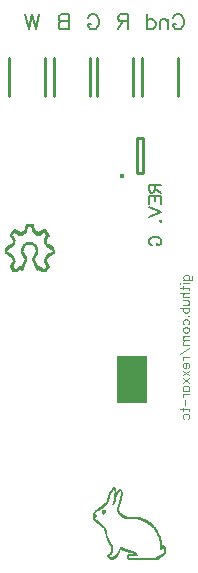
<source format=gbo>
G04 DipTrace 2.4.0.2*
%INIoDriver15.gbo*%
%MOIN*%
%ADD10C,0.0098*%
%ADD12C,0.003*%
%ADD13C,0.0061*%
%ADD28C,0.0154*%
%ADD102C,0.0077*%
%ADD103C,0.0046*%
%FSLAX44Y44*%
G04*
G70*
G90*
G75*
G01*
%LNBotSilk*%
%LPD*%
D28*
X8352Y17004D3*
X8854Y17096D2*
D10*
Y18277D1*
X9051D1*
Y17096D1*
X8854D1*
X5778Y19660D2*
Y20919D1*
X4596Y19660D2*
Y20919D1*
X7278Y19660D2*
Y20919D1*
X6096Y19660D2*
Y20919D1*
X8715Y19660D2*
Y20919D1*
X7534Y19660D2*
Y20919D1*
X10215Y19660D2*
Y20919D1*
X9034Y19660D2*
Y20919D1*
G36*
X8187Y11000D2*
X9187D1*
Y9437D1*
X8187D1*
Y11000D1*
G37*
X8066Y6632D2*
D12*
X8096D1*
X8037Y6603D2*
X8110D1*
X8011Y6573D2*
X8118D1*
X8246D2*
X8305D1*
X7989Y6543D2*
X8037D1*
X8100D2*
X8124D1*
X8225D2*
X8320D1*
X7967Y6513D2*
X8011D1*
X8107D2*
X8131D1*
X8199D2*
X8250D1*
X8310D2*
X8333D1*
X7948Y6483D2*
X7990D1*
X8111D2*
X8142D1*
X8165D2*
X8229D1*
X8317D2*
X8344D1*
X7932Y6453D2*
X7972D1*
X8109D2*
X8211D1*
X8324D2*
X8353D1*
X7919Y6423D2*
X7959D1*
X8104D2*
X8194D1*
X8325D2*
X8357D1*
X7907Y6393D2*
X7948D1*
X8100D2*
X8179D1*
X8321D2*
X8351D1*
X7897Y6363D2*
X7937D1*
X8098D2*
X8164D1*
X8313D2*
X8345D1*
X7887Y6333D2*
X7927D1*
X8097D2*
X8150D1*
X8305D2*
X8339D1*
X7877Y6303D2*
X7921D1*
X8096D2*
X8138D1*
X8295D2*
X8332D1*
X7868Y6273D2*
X7914D1*
X8095D2*
X8132D1*
X8286D2*
X8324D1*
X7862Y6244D2*
X7905D1*
X8091D2*
X8128D1*
X8280D2*
X8316D1*
X7858Y6214D2*
X7896D1*
X8084D2*
X8126D1*
X8273D2*
X8309D1*
X7851Y6184D2*
X7887D1*
X8075D2*
X8121D1*
X8264D2*
X8303D1*
X7841Y6154D2*
X7876D1*
X8066D2*
X8113D1*
X8256D2*
X8294D1*
X7813Y6124D2*
X7866D1*
X8056D2*
X8100D1*
X8249D2*
X8285D1*
X7776Y6094D2*
X7854D1*
X8045D2*
X8084D1*
X8243D2*
X8276D1*
X7733Y6064D2*
X7838D1*
X8036D2*
X8066D1*
X8234D2*
X8265D1*
X7690Y6034D2*
X7802D1*
X8225D2*
X8255D1*
X7649Y6004D2*
X7757D1*
X8216D2*
X8246D1*
X7608Y5974D2*
X7708D1*
X8206D2*
X8236D1*
X7569Y5944D2*
X7659D1*
X8197D2*
X8227D1*
X7533Y5914D2*
X7613D1*
X8191D2*
X8222D1*
X7500Y5884D2*
X7571D1*
X7707D2*
X7767D1*
X8189D2*
X8223D1*
X7470Y5855D2*
X7534D1*
X7693D2*
X7780D1*
X8192D2*
X8230D1*
X7443Y5825D2*
X7500D1*
X7686D2*
X7790D1*
X8199D2*
X8243D1*
X7421Y5795D2*
X7469D1*
X7683D2*
X7787D1*
X8212D2*
X8265D1*
X7404Y5765D2*
X7438D1*
X7694D2*
X7765D1*
X8229D2*
X8300D1*
X7391Y5735D2*
X7460D1*
X7707D2*
X7737D1*
X8254D2*
X8346D1*
X7384Y5705D2*
X7478D1*
X8288D2*
X8400D1*
X7380Y5675D2*
X7476D1*
X8331D2*
X8457D1*
X7379Y5645D2*
X7457D1*
X8378D2*
X8934D1*
X7380Y5615D2*
X7434D1*
X8425D2*
X8994D1*
X7384Y5585D2*
X7408D1*
X8905D2*
X9053D1*
X7394Y5555D2*
X7453D1*
X8967D2*
X9112D1*
X7421Y5525D2*
X7500D1*
X9031D2*
X9168D1*
X7458Y5495D2*
X7547D1*
X9091D2*
X9220D1*
X7501Y5466D2*
X7592D1*
X9147D2*
X9267D1*
X7543Y5436D2*
X7634D1*
X9200D2*
X9309D1*
X7582Y5406D2*
X7671D1*
X9246D2*
X9345D1*
X7619Y5376D2*
X7703D1*
X9285D2*
X9375D1*
X7657Y5346D2*
X7731D1*
X9320D2*
X9399D1*
X7691Y5316D2*
X7753D1*
X9351D2*
X9422D1*
X7719Y5286D2*
X7772D1*
X9381D2*
X9446D1*
X7740Y5256D2*
X7788D1*
X9407D2*
X9469D1*
X7757Y5226D2*
X7803D1*
X9430D2*
X9490D1*
X7773Y5196D2*
X7814D1*
X9451D2*
X9508D1*
X7785Y5166D2*
X7821D1*
X9472D2*
X9524D1*
X7796Y5136D2*
X7824D1*
X9491D2*
X9539D1*
X7806Y5107D2*
X7826D1*
X9508D2*
X9555D1*
X7816Y5077D2*
X7827D1*
X9524D2*
X9570D1*
X7821Y5047D2*
X7832D1*
X9539D2*
X9584D1*
X7825Y5017D2*
X7840D1*
X9554D2*
X9598D1*
X7827Y4987D2*
X7853D1*
X9568D2*
X9609D1*
X7831Y4957D2*
X7869D1*
X9580D2*
X9617D1*
X7840Y4927D2*
X7887D1*
X9587D2*
X9624D1*
X7852Y4897D2*
X7902D1*
X9595D2*
X9633D1*
X7865Y4867D2*
X7915D1*
X9603D2*
X9641D1*
X7879Y4837D2*
X7931D1*
X9611D2*
X9647D1*
X7894Y4807D2*
X7948D1*
X9617D2*
X9650D1*
X7910Y4777D2*
X7966D1*
X9620D2*
X9654D1*
X7928Y4747D2*
X7982D1*
X9621D2*
X9660D1*
X7947Y4718D2*
X7998D1*
X9622D2*
X9686D1*
X7965Y4688D2*
X8012D1*
X9622D2*
X9720D1*
X7981Y4658D2*
X8023D1*
X9622D2*
X9754D1*
X7993Y4628D2*
X8030D1*
X8305D2*
X8335D1*
X9622D2*
X9781D1*
X8000Y4598D2*
X8034D1*
X8281D2*
X8402D1*
X9622D2*
X9682D1*
X9736D2*
X9792D1*
X8002Y4568D2*
X8035D1*
X8263D2*
X8486D1*
X9622D2*
X9652D1*
X9753D2*
X9797D1*
X8001Y4538D2*
X8036D1*
X8248D2*
X8271D1*
X8378D2*
X8590D1*
X9765D2*
X9800D1*
X7988Y4508D2*
X8034D1*
X8232D2*
X8262D1*
X8479D2*
X8693D1*
X9765D2*
X9800D1*
X7968Y4478D2*
X8028D1*
X8214D2*
X8251D1*
X8619D2*
X8780D1*
X9753D2*
X9796D1*
X7943Y4448D2*
X8005D1*
X8196D2*
X8238D1*
X8784D2*
X8818D1*
X9732D2*
X9787D1*
X7916Y4418D2*
X7975D1*
X8178D2*
X8227D1*
X8667D2*
X8832D1*
X9702D2*
X9770D1*
X7892Y4388D2*
X7943D1*
X8156D2*
X8215D1*
X8575D2*
X8839D1*
X9662D2*
X9745D1*
X7873Y4358D2*
X7917D1*
X8125D2*
X8199D1*
X8538D2*
X8545D1*
X9613D2*
X9711D1*
X7867Y4329D2*
X7897D1*
X8083D2*
X8176D1*
X8524D2*
X8545D1*
X9559D2*
X9671D1*
X7878Y4299D2*
X7964D1*
X8036D2*
X8141D1*
X8522D2*
X8545D1*
X9501D2*
X9627D1*
X7910Y4269D2*
X8093D1*
X8532D2*
X9581D1*
X7946Y4239D2*
X8036D1*
X8545D2*
X9532D1*
X5150Y15407D2*
X5389D1*
X5145Y15377D2*
X5389D1*
X5138Y15347D2*
X5390D1*
X5130Y15317D2*
X5180D1*
X5323D2*
X5394D1*
X5125Y15287D2*
X5179D1*
X5341D2*
X5401D1*
X5121Y15257D2*
X5175D1*
X5351D2*
X5410D1*
X4761Y15228D2*
X4791D1*
X5116D2*
X5168D1*
X5357D2*
X5422D1*
X5718D2*
X5778D1*
X4731Y15198D2*
X4838D1*
X5099D2*
X5160D1*
X5363D2*
X5438D1*
X5680D2*
X5808D1*
X4701Y15168D2*
X4891D1*
X5048D2*
X5151D1*
X5373D2*
X5485D1*
X5629D2*
X5837D1*
X4672Y15138D2*
X4956D1*
X4972D2*
X5140D1*
X5391D2*
X5551D1*
X5559D2*
X5863D1*
X4648Y15108D2*
X4731D1*
X4815D2*
X5103D1*
X5421D2*
X5688D1*
X5777D2*
X5885D1*
X4627Y15078D2*
X4701D1*
X4865D2*
X5054D1*
X5462D2*
X5658D1*
X5801D2*
X5906D1*
X4622Y15048D2*
X4671D1*
X4910D2*
X5000D1*
X5509D2*
X5629D1*
X5818D2*
X5928D1*
X4631Y15018D2*
X4696D1*
X5817D2*
X5908D1*
X4646Y14988D2*
X4718D1*
X5802D2*
X5888D1*
X4663Y14958D2*
X4736D1*
X5787D2*
X5868D1*
X4681Y14928D2*
X4752D1*
X5773D2*
X5849D1*
X4699Y14898D2*
X4766D1*
X5761D2*
X5833D1*
X4713Y14869D2*
X4776D1*
X5755D2*
X5822D1*
X4712Y14839D2*
X4773D1*
X5756D2*
X5816D1*
X4707Y14809D2*
X4767D1*
X5180D2*
X5359D1*
X5763D2*
X5823D1*
X4700Y14779D2*
X4760D1*
X5136D2*
X5402D1*
X5773D2*
X5836D1*
X4681Y14749D2*
X4749D1*
X5099D2*
X5436D1*
X5786D2*
X5855D1*
X4634Y14719D2*
X4736D1*
X5068D2*
X5151D1*
X5349D2*
X5462D1*
X5798D2*
X5900D1*
X4576Y14689D2*
X4718D1*
X5045D2*
X5125D1*
X5389D2*
X5483D1*
X5812D2*
X5955D1*
X4524Y14659D2*
X4693D1*
X5027D2*
X5103D1*
X5420D2*
X5500D1*
X5833D2*
X6007D1*
X4485Y14629D2*
X4638D1*
X5014D2*
X5086D1*
X5444D2*
X5515D1*
X5884D2*
X6049D1*
X4473Y14599D2*
X4580D1*
X5006D2*
X5072D1*
X5461D2*
X5526D1*
X5937D2*
X6064D1*
X4466Y14569D2*
X4531D1*
X5003D2*
X5060D1*
X5471D2*
X5533D1*
X5982D2*
X6072D1*
X4463Y14539D2*
X4511D1*
X5001D2*
X5046D1*
X5476D2*
X5536D1*
X6016D2*
X6075D1*
X4462Y14509D2*
X4497D1*
X5001D2*
X5030D1*
X5476D2*
X5537D1*
X6047D2*
X6077D1*
X4462Y14480D2*
X4522D1*
X5001D2*
X5045D1*
X5473D2*
X5533D1*
X6008D2*
X6077D1*
X4463Y14450D2*
X4575D1*
X5005D2*
X5059D1*
X5465D2*
X5526D1*
X5955D2*
X6076D1*
X4474Y14420D2*
X4629D1*
X5014D2*
X5075D1*
X5453D2*
X5518D1*
X5897D2*
X6065D1*
X4516Y14390D2*
X4669D1*
X5025D2*
X5097D1*
X5436D2*
X5507D1*
X5847D2*
X6022D1*
X4570Y14360D2*
X4698D1*
X5039D2*
X5122D1*
X5414D2*
X5493D1*
X5826D2*
X5965D1*
X4621Y14330D2*
X4719D1*
X5054D2*
X5145D1*
X5393D2*
X5473D1*
X5811D2*
X5911D1*
X4657Y14300D2*
X4736D1*
X5073D2*
X5164D1*
X5377D2*
X5452D1*
X5798D2*
X5867D1*
X4681Y14270D2*
X4749D1*
X5095D2*
X5170D1*
X5366D2*
X5434D1*
X5784D2*
X5847D1*
X4698Y14240D2*
X4760D1*
X5120D2*
X5165D1*
X5367D2*
X5429D1*
X5771D2*
X5832D1*
X4714Y14210D2*
X4769D1*
X5101D2*
X5158D1*
X5373D2*
X5435D1*
X5762D2*
X5822D1*
X4731Y14180D2*
X4777D1*
X5085D2*
X5149D1*
X5381D2*
X5445D1*
X5756D2*
X5817D1*
X4711Y14150D2*
X4769D1*
X5072D2*
X5138D1*
X5390D2*
X5457D1*
X5763D2*
X5827D1*
X4691Y14120D2*
X4756D1*
X5061D2*
X5126D1*
X5400D2*
X5468D1*
X5774D2*
X5842D1*
X4671Y14091D2*
X4740D1*
X5049D2*
X5113D1*
X5413D2*
X5479D1*
X5787D2*
X5858D1*
X4653Y14061D2*
X4726D1*
X5034D2*
X5101D1*
X5426D2*
X5491D1*
X5801D2*
X5874D1*
X4638Y14031D2*
X4715D1*
X5011D2*
X5091D1*
X5438D2*
X5523D1*
X5813D2*
X5891D1*
X4627Y14001D2*
X4710D1*
X4940D2*
D3*
X4979D2*
X5079D1*
X5448D2*
X5571D1*
X5823D2*
X5909D1*
X4634Y13971D2*
X4719D1*
X4895D2*
X5066D1*
X5460D2*
X5625D1*
X5817D2*
X5928D1*
X4647Y13941D2*
X4745D1*
X4852D2*
X5053D1*
X5474D2*
X5677D1*
X5793D2*
X5898D1*
X4663Y13911D2*
X4780D1*
X4807D2*
X5041D1*
X5490D2*
X5728D1*
X5758D2*
X5868D1*
X4683Y13881D2*
X4881D1*
X5000D2*
X5030D1*
X5509D2*
D3*
X5623D2*
X5838D1*
X4706Y13851D2*
X4851D1*
X5672D2*
X5808D1*
X4731Y13821D2*
X4821D1*
X5718D2*
X5778D1*
X8066Y6632D2*
X8037Y6603D1*
X8011Y6573D1*
X7989Y6543D1*
X7967Y6513D1*
X7948Y6483D1*
X7932Y6453D1*
X7919Y6423D1*
X7907Y6393D1*
X7897Y6363D1*
X7887Y6333D1*
X7877Y6303D1*
X7868Y6273D1*
X7862Y6244D1*
X7858Y6214D1*
X7851Y6184D1*
X7841Y6154D1*
X7813Y6124D1*
X7776Y6094D1*
X7733Y6064D1*
X7690Y6034D1*
X7649Y6004D1*
X7608Y5974D1*
X7569Y5944D1*
X7533Y5914D1*
X7500Y5884D1*
X7470Y5855D1*
X7443Y5825D1*
X7421Y5795D1*
X7404Y5765D1*
X7391Y5735D1*
X7384Y5705D1*
X7380Y5675D1*
X7379Y5645D1*
X7380Y5615D1*
X7384Y5585D1*
X7394Y5555D1*
X7421Y5525D1*
X7458Y5495D1*
X7501Y5466D1*
X7543Y5436D1*
X7582Y5406D1*
X7619Y5376D1*
X7657Y5346D1*
X7691Y5316D1*
X7719Y5286D1*
X7740Y5256D1*
X7757Y5226D1*
X7773Y5196D1*
X7785Y5166D1*
X7796Y5136D1*
X7806Y5107D1*
X7816Y5077D1*
X7821Y5047D1*
X7825Y5017D1*
X7827Y4987D1*
X7831Y4957D1*
X7840Y4927D1*
X7852Y4897D1*
X7865Y4867D1*
X7879Y4837D1*
X7894Y4807D1*
X7910Y4777D1*
X7928Y4747D1*
X7947Y4718D1*
X7965Y4688D1*
X7981Y4658D1*
X7993Y4628D1*
X8000Y4598D1*
X8002Y4568D1*
X8001Y4538D1*
X7988Y4508D1*
X7968Y4478D1*
X7943Y4448D1*
X7916Y4418D1*
X7892Y4388D1*
X7873Y4358D1*
X7867Y4329D1*
X7878Y4299D1*
X7910Y4269D1*
X7946Y4239D1*
X8096Y6632D2*
X8110Y6603D1*
X8118Y6573D1*
X8124Y6543D1*
X8131Y6513D1*
X8142Y6483D1*
X8156Y6453D1*
X8246Y6573D2*
X8225Y6543D1*
X8199Y6513D1*
X8165Y6483D1*
X8126Y6453D1*
X8305Y6573D2*
X8320Y6543D1*
X8333Y6513D1*
X8344Y6483D1*
X8353Y6453D1*
X8357Y6423D1*
X8351Y6393D1*
X8345Y6363D1*
X8339Y6333D1*
X8332Y6303D1*
X8324Y6273D1*
X8316Y6244D1*
X8309Y6214D1*
X8303Y6184D1*
X8294Y6154D1*
X8285Y6124D1*
X8276Y6094D1*
X8265Y6064D1*
X8255Y6034D1*
X8246Y6004D1*
X8236Y5974D1*
X8227Y5944D1*
X8222Y5914D1*
X8223Y5884D1*
X8230Y5855D1*
X8243Y5825D1*
X8265Y5795D1*
X8300Y5765D1*
X8346Y5735D1*
X8400Y5705D1*
X8457Y5675D1*
X8515Y5645D1*
X8066Y6573D2*
X8037Y6543D1*
X8011Y6513D1*
X7990Y6483D1*
X7972Y6453D1*
X7959Y6423D1*
X7948Y6393D1*
X7937Y6363D1*
X7927Y6333D1*
X7921Y6303D1*
X7914Y6273D1*
X7905Y6244D1*
X7896Y6214D1*
X7887Y6184D1*
X7876Y6154D1*
X7866Y6124D1*
X7854Y6094D1*
X7838Y6064D1*
X7802Y6034D1*
X7757Y6004D1*
X7708Y5974D1*
X7659Y5944D1*
X7613Y5914D1*
X7571Y5884D1*
X7534Y5855D1*
X7500Y5825D1*
X7469Y5795D1*
X7438Y5765D1*
X7460Y5735D1*
X7478Y5705D1*
X7476Y5675D1*
X7457Y5645D1*
X7434Y5615D1*
X7408Y5585D1*
X7453Y5555D1*
X7500Y5525D1*
X7547Y5495D1*
X7592Y5466D1*
X7634Y5436D1*
X7671Y5406D1*
X7703Y5376D1*
X7731Y5346D1*
X7753Y5316D1*
X7772Y5286D1*
X7788Y5256D1*
X7803Y5226D1*
X7814Y5196D1*
X7821Y5166D1*
X7824Y5136D1*
X7826Y5107D1*
X7827Y5077D1*
X7832Y5047D1*
X7840Y5017D1*
X7853Y4987D1*
X7869Y4957D1*
X7887Y4927D1*
X7902Y4897D1*
X7915Y4867D1*
X7931Y4837D1*
X7948Y4807D1*
X7966Y4777D1*
X7982Y4747D1*
X7998Y4718D1*
X8012Y4688D1*
X8023Y4658D1*
X8030Y4628D1*
X8034Y4598D1*
X8035Y4568D1*
X8036Y4538D1*
X8034Y4508D1*
X8028Y4478D1*
X8005Y4448D1*
X7975Y4418D1*
X7943Y4388D1*
X7917Y4358D1*
X7897Y4329D1*
X7964Y4299D1*
X8036Y4269D1*
X8096Y6573D2*
X8100Y6543D1*
X8107Y6513D1*
X8111Y6483D1*
X8109Y6453D1*
X8104Y6423D1*
X8100Y6393D1*
X8098Y6363D1*
X8097Y6333D1*
X8096Y6303D1*
X8095Y6273D1*
X8091Y6244D1*
X8084Y6214D1*
X8075Y6184D1*
X8066Y6154D1*
X8056Y6124D1*
X8045Y6094D1*
X8036Y6064D1*
X8275Y6543D2*
X8250Y6513D1*
X8229Y6483D1*
X8211Y6453D1*
X8194Y6423D1*
X8179Y6393D1*
X8164Y6363D1*
X8150Y6333D1*
X8138Y6303D1*
X8132Y6273D1*
X8128Y6244D1*
X8126Y6214D1*
X8121Y6184D1*
X8113Y6154D1*
X8100Y6124D1*
X8084Y6094D1*
X8066Y6064D1*
X8305Y6543D2*
X8310Y6513D1*
X8317Y6483D1*
X8324Y6453D1*
X8325Y6423D1*
X8321Y6393D1*
X8313Y6363D1*
X8305Y6333D1*
X8295Y6303D1*
X8286Y6273D1*
X8280Y6244D1*
X8273Y6214D1*
X8264Y6184D1*
X8256Y6154D1*
X8249Y6124D1*
X8243Y6094D1*
X8234Y6064D1*
X8225Y6034D1*
X8216Y6004D1*
X8206Y5974D1*
X8197Y5944D1*
X8191Y5914D1*
X8189Y5884D1*
X8192Y5855D1*
X8199Y5825D1*
X8212Y5795D1*
X8229Y5765D1*
X8254Y5735D1*
X8288Y5705D1*
X8331Y5675D1*
X8378Y5645D1*
X8425Y5615D1*
X7707Y5884D2*
X7693Y5855D1*
X7686Y5825D1*
X7683Y5795D1*
X7694Y5765D1*
X7707Y5735D1*
X7767Y5884D2*
X7780Y5855D1*
X7790Y5825D1*
X7787Y5795D1*
X7765Y5765D1*
X7737Y5735D1*
X8934Y5645D2*
X8994Y5615D1*
X9053Y5585D1*
X9112Y5555D1*
X9168Y5525D1*
X9220Y5495D1*
X9267Y5466D1*
X9309Y5436D1*
X9345Y5406D1*
X9375Y5376D1*
X9399Y5346D1*
X9422Y5316D1*
X9446Y5286D1*
X9469Y5256D1*
X9490Y5226D1*
X9508Y5196D1*
X9524Y5166D1*
X9539Y5136D1*
X9555Y5107D1*
X9570Y5077D1*
X9584Y5047D1*
X9598Y5017D1*
X9609Y4987D1*
X9617Y4957D1*
X9624Y4927D1*
X9633Y4897D1*
X9641Y4867D1*
X9647Y4837D1*
X9650Y4807D1*
X9654Y4777D1*
X9660Y4747D1*
X9686Y4718D1*
X9720Y4688D1*
X9754Y4658D1*
X9781Y4628D1*
X9792Y4598D1*
X9797Y4568D1*
X9800Y4538D1*
Y4508D1*
X9796Y4478D1*
X9787Y4448D1*
X9770Y4418D1*
X9745Y4388D1*
X9711Y4358D1*
X9671Y4329D1*
X9627Y4299D1*
X9581Y4269D1*
X9532Y4239D1*
X8844Y5615D2*
X8905Y5585D1*
X8967Y5555D1*
X9031Y5525D1*
X9091Y5495D1*
X9147Y5466D1*
X9200Y5436D1*
X9246Y5406D1*
X9285Y5376D1*
X9320Y5346D1*
X9351Y5316D1*
X9381Y5286D1*
X9407Y5256D1*
X9430Y5226D1*
X9451Y5196D1*
X9472Y5166D1*
X9491Y5136D1*
X9508Y5107D1*
X9524Y5077D1*
X9539Y5047D1*
X9554Y5017D1*
X9568Y4987D1*
X9580Y4957D1*
X9587Y4927D1*
X9595Y4897D1*
X9603Y4867D1*
X9611Y4837D1*
X9617Y4807D1*
X9620Y4777D1*
X9621Y4747D1*
X9622Y4718D1*
Y4688D1*
Y4658D1*
Y4628D1*
Y4598D1*
Y4568D1*
X8305Y4628D2*
X8281Y4598D1*
X8263Y4568D1*
X8248Y4538D1*
X8232Y4508D1*
X8214Y4478D1*
X8196Y4448D1*
X8178Y4418D1*
X8156Y4388D1*
X8125Y4358D1*
X8083Y4329D1*
X8036Y4299D1*
X8335Y4628D2*
X8402Y4598D1*
X8486Y4568D1*
X8590Y4538D1*
X8693Y4508D1*
X8780Y4478D1*
X8818Y4448D1*
X8832Y4418D1*
X8839Y4388D1*
X8844Y4358D1*
X8545D1*
Y4329D1*
Y4299D1*
Y4269D1*
X9712Y4628D2*
X9682Y4598D1*
X9652Y4568D1*
X9712Y4628D2*
X9736Y4598D1*
X9753Y4568D1*
X9765Y4538D1*
Y4508D1*
X9753Y4478D1*
X9732Y4448D1*
X9702Y4418D1*
X9662Y4388D1*
X9613Y4358D1*
X9559Y4329D1*
X9501Y4299D1*
X9442Y4269D1*
X8275Y4568D2*
X8271Y4538D1*
X8262Y4508D1*
X8251Y4478D1*
X8238Y4448D1*
X8227Y4418D1*
X8215Y4388D1*
X8199Y4358D1*
X8176Y4329D1*
X8141Y4299D1*
X8093Y4269D1*
X8036Y4239D1*
X8305Y4568D2*
X8378Y4538D1*
X8479Y4508D1*
X8619Y4478D1*
X8784Y4448D1*
X8667Y4418D1*
X8575Y4388D1*
X8538Y4358D1*
X8524Y4329D1*
X8522Y4299D1*
X8532Y4269D1*
X8545Y4239D1*
X5150Y15407D2*
X5145Y15377D1*
X5138Y15347D1*
X5130Y15317D1*
X5125Y15287D1*
X5121Y15257D1*
X5116Y15228D1*
X5099Y15198D1*
X5048Y15168D1*
X4972Y15138D1*
X4881Y15108D1*
X5389Y15407D2*
Y15377D1*
X5390Y15347D1*
X5394Y15317D1*
X5401Y15287D1*
X5410Y15257D1*
X5422Y15228D1*
X5438Y15198D1*
X5485Y15168D1*
X5551Y15138D1*
X5629Y15108D1*
X5180Y15347D2*
Y15317D1*
X5179Y15287D1*
X5175Y15257D1*
X5168Y15228D1*
X5160Y15198D1*
X5151Y15168D1*
X5140Y15138D1*
X5103Y15108D1*
X5054Y15078D1*
X5000Y15048D1*
X5299Y15347D2*
X5323Y15317D1*
X5341Y15287D1*
X5351Y15257D1*
X5357Y15228D1*
X5363Y15198D1*
X5373Y15168D1*
X5391Y15138D1*
X5421Y15108D1*
X5462Y15078D1*
X5509Y15048D1*
X4761Y15228D2*
X4731Y15198D1*
X4701Y15168D1*
X4672Y15138D1*
X4648Y15108D1*
X4627Y15078D1*
X4622Y15048D1*
X4631Y15018D1*
X4646Y14988D1*
X4663Y14958D1*
X4681Y14928D1*
X4699Y14898D1*
X4713Y14869D1*
X4712Y14839D1*
X4707Y14809D1*
X4700Y14779D1*
X4681Y14749D1*
X4634Y14719D1*
X4576Y14689D1*
X4524Y14659D1*
X4485Y14629D1*
X4473Y14599D1*
X4466Y14569D1*
X4463Y14539D1*
X4462Y14509D1*
Y14480D1*
X4463Y14450D1*
X4474Y14420D1*
X4516Y14390D1*
X4570Y14360D1*
X4621Y14330D1*
X4657Y14300D1*
X4681Y14270D1*
X4698Y14240D1*
X4714Y14210D1*
X4731Y14180D1*
X4711Y14150D1*
X4691Y14120D1*
X4671Y14091D1*
X4653Y14061D1*
X4638Y14031D1*
X4627Y14001D1*
X4634Y13971D1*
X4647Y13941D1*
X4663Y13911D1*
X4683Y13881D1*
X4706Y13851D1*
X4731Y13821D1*
X4791Y15228D2*
X4838Y15198D1*
X4891Y15168D1*
X4956Y15138D1*
X5030Y15108D1*
X5718Y15228D2*
X5680Y15198D1*
X5629Y15168D1*
X5559Y15138D1*
X5479Y15108D1*
X5778Y15228D2*
X5808Y15198D1*
X5837Y15168D1*
X5863Y15138D1*
X5885Y15108D1*
X5906Y15078D1*
X5928Y15048D1*
X5908Y15018D1*
X5888Y14988D1*
X5868Y14958D1*
X5849Y14928D1*
X5833Y14898D1*
X5822Y14869D1*
X5816Y14839D1*
X5823Y14809D1*
X5836Y14779D1*
X5855Y14749D1*
X5900Y14719D1*
X5955Y14689D1*
X6007Y14659D1*
X6049Y14629D1*
X6064Y14599D1*
X6072Y14569D1*
X6075Y14539D1*
X6077Y14509D1*
Y14480D1*
X6076Y14450D1*
X6065Y14420D1*
X6022Y14390D1*
X5965Y14360D1*
X5911Y14330D1*
X5867Y14300D1*
X5847Y14270D1*
X5832Y14240D1*
X5822Y14210D1*
X5817Y14180D1*
X5827Y14150D1*
X5842Y14120D1*
X5858Y14091D1*
X5874Y14061D1*
X5891Y14031D1*
X5909Y14001D1*
X5928Y13971D1*
X5898Y13941D1*
X5868Y13911D1*
X5838Y13881D1*
X5808Y13851D1*
X5778Y13821D1*
X4761Y15138D2*
X4731Y15108D1*
X4701Y15078D1*
X4671Y15048D1*
X4696Y15018D1*
X4718Y14988D1*
X4736Y14958D1*
X4752Y14928D1*
X4766Y14898D1*
X4776Y14869D1*
X4773Y14839D1*
X4767Y14809D1*
X4760Y14779D1*
X4749Y14749D1*
X4736Y14719D1*
X4718Y14689D1*
X4693Y14659D1*
X4638Y14629D1*
X4580Y14599D1*
X4531Y14569D1*
X4511Y14539D1*
X4497Y14509D1*
X4522Y14480D1*
X4575Y14450D1*
X4629Y14420D1*
X4669Y14390D1*
X4698Y14360D1*
X4719Y14330D1*
X4736Y14300D1*
X4749Y14270D1*
X4760Y14240D1*
X4769Y14210D1*
X4777Y14180D1*
X4769Y14150D1*
X4756Y14120D1*
X4740Y14091D1*
X4726Y14061D1*
X4715Y14031D1*
X4710Y14001D1*
X4719Y13971D1*
X4745Y13941D1*
X4780Y13911D1*
X4821Y13881D1*
X4761Y15138D2*
X4815Y15108D1*
X4865Y15078D1*
X4910Y15048D1*
X5718Y15138D2*
X5688Y15108D1*
X5658Y15078D1*
X5629Y15048D1*
X5748Y15138D2*
X5777Y15108D1*
X5801Y15078D1*
X5818Y15048D1*
X5817Y15018D1*
X5802Y14988D1*
X5787Y14958D1*
X5773Y14928D1*
X5761Y14898D1*
X5755Y14869D1*
X5756Y14839D1*
X5763Y14809D1*
X5773Y14779D1*
X5786Y14749D1*
X5798Y14719D1*
X5812Y14689D1*
X5833Y14659D1*
X5884Y14629D1*
X5937Y14599D1*
X5982Y14569D1*
X6016Y14539D1*
X6047Y14509D1*
X6008Y14480D1*
X5955Y14450D1*
X5897Y14420D1*
X5847Y14390D1*
X5826Y14360D1*
X5811Y14330D1*
X5798Y14300D1*
X5784Y14270D1*
X5771Y14240D1*
X5762Y14210D1*
X5756Y14180D1*
X5763Y14150D1*
X5774Y14120D1*
X5787Y14091D1*
X5801Y14061D1*
X5813Y14031D1*
X5823Y14001D1*
X5817Y13971D1*
X5793Y13941D1*
X5758Y13911D1*
X5718Y13881D1*
X5180Y14809D2*
X5136Y14779D1*
X5099Y14749D1*
X5068Y14719D1*
X5045Y14689D1*
X5027Y14659D1*
X5014Y14629D1*
X5006Y14599D1*
X5003Y14569D1*
X5001Y14539D1*
Y14509D1*
Y14480D1*
X5005Y14450D1*
X5014Y14420D1*
X5025Y14390D1*
X5039Y14360D1*
X5054Y14330D1*
X5073Y14300D1*
X5095Y14270D1*
X5120Y14240D1*
X5101Y14210D1*
X5085Y14180D1*
X5072Y14150D1*
X5061Y14120D1*
X5049Y14091D1*
X5034Y14061D1*
X5011Y14031D1*
X4979Y14001D1*
X4940Y13971D1*
X5359Y14809D2*
X5402Y14779D1*
X5436Y14749D1*
X5462Y14719D1*
X5483Y14689D1*
X5500Y14659D1*
X5515Y14629D1*
X5526Y14599D1*
X5533Y14569D1*
X5536Y14539D1*
X5537Y14509D1*
X5533Y14480D1*
X5526Y14450D1*
X5518Y14420D1*
X5507Y14390D1*
X5493Y14360D1*
X5473Y14330D1*
X5452Y14300D1*
X5434Y14270D1*
X5429Y14240D1*
X5435Y14210D1*
X5445Y14180D1*
X5457Y14150D1*
X5468Y14120D1*
X5479Y14091D1*
X5491Y14061D1*
X5523Y14031D1*
X5571Y14001D1*
X5625Y13971D1*
X5677Y13941D1*
X5728Y13911D1*
X5778Y13881D1*
X5180Y14749D2*
X5151Y14719D1*
X5125Y14689D1*
X5103Y14659D1*
X5086Y14629D1*
X5072Y14599D1*
X5060Y14569D1*
X5046Y14539D1*
X5030Y14509D1*
X5045Y14480D1*
X5059Y14450D1*
X5075Y14420D1*
X5097Y14390D1*
X5122Y14360D1*
X5145Y14330D1*
X5164Y14300D1*
X5170Y14270D1*
X5165Y14240D1*
X5158Y14210D1*
X5149Y14180D1*
X5138Y14150D1*
X5126Y14120D1*
X5113Y14091D1*
X5101Y14061D1*
X5091Y14031D1*
X5079Y14001D1*
X5066Y13971D1*
X5053Y13941D1*
X5041Y13911D1*
X5030Y13881D1*
X5299Y14749D2*
X5349Y14719D1*
X5389Y14689D1*
X5420Y14659D1*
X5444Y14629D1*
X5461Y14599D1*
X5471Y14569D1*
X5476Y14539D1*
Y14509D1*
X5473Y14480D1*
X5465Y14450D1*
X5453Y14420D1*
X5436Y14390D1*
X5414Y14360D1*
X5393Y14330D1*
X5377Y14300D1*
X5366Y14270D1*
X5367Y14240D1*
X5373Y14210D1*
X5381Y14180D1*
X5390Y14150D1*
X5400Y14120D1*
X5413Y14091D1*
X5426Y14061D1*
X5438Y14031D1*
X5448Y14001D1*
X5460Y13971D1*
X5474Y13941D1*
X5490Y13911D1*
X5509Y13881D1*
X4940Y14001D2*
X4895Y13971D1*
X4852Y13941D1*
X4807Y13911D1*
X4761Y13881D1*
X4910Y13911D2*
X4881Y13881D1*
X4851Y13851D1*
X4821Y13821D1*
X4970Y13911D2*
X5000Y13881D1*
X5569Y13911D2*
X5623Y13881D1*
X5672Y13851D1*
X5718Y13821D1*
X10050Y22273D2*
D102*
X10074Y22320D1*
X10122Y22369D1*
X10170Y22392D1*
X10265D1*
X10313Y22369D1*
X10361Y22320D1*
X10385Y22273D1*
X10409Y22201D1*
Y22081D1*
X10385Y22010D1*
X10361Y21962D1*
X10313Y21914D1*
X10265Y21890D1*
X10170D1*
X10122Y21914D1*
X10074Y21962D1*
X10050Y22010D1*
Y22081D1*
X10170D1*
X9896Y22225D2*
Y21890D1*
Y22129D2*
X9824Y22201D1*
X9776Y22225D1*
X9705D1*
X9656Y22201D1*
X9633Y22129D1*
Y21890D1*
X9191Y22392D2*
Y21890D1*
Y22153D2*
X9239Y22201D1*
X9287Y22225D1*
X9359D1*
X9406Y22201D1*
X9455Y22153D1*
X9478Y22081D1*
Y22034D1*
X9455Y21962D1*
X9406Y21914D1*
X9359Y21890D1*
X9287D1*
X9239Y21914D1*
X9191Y21962D1*
X8551Y22153D2*
X8336D1*
X8264Y22177D1*
X8240Y22201D1*
X8216Y22249D1*
Y22297D1*
X8240Y22344D1*
X8264Y22369D1*
X8336Y22392D1*
X8551D1*
Y21890D1*
X8384Y22153D2*
X8216Y21890D1*
X7217Y22273D2*
X7241Y22320D1*
X7289Y22369D1*
X7336Y22392D1*
X7432D1*
X7480Y22369D1*
X7528Y22320D1*
X7552Y22273D1*
X7576Y22201D1*
Y22081D1*
X7552Y22010D1*
X7528Y21962D1*
X7480Y21914D1*
X7432Y21890D1*
X7336D1*
X7289Y21914D1*
X7241Y21962D1*
X7217Y22010D1*
Y22081D1*
X7336D1*
X6577Y22392D2*
Y21890D1*
X6361D1*
X6289Y21914D1*
X6265Y21938D1*
X6242Y21986D1*
Y22057D1*
X6265Y22105D1*
X6289Y22129D1*
X6361Y22153D1*
X6289Y22177D1*
X6265Y22201D1*
X6242Y22249D1*
Y22297D1*
X6265Y22344D1*
X6289Y22369D1*
X6361Y22392D1*
X6577D1*
Y22153D2*
X6361D1*
X5601Y22392D2*
X5481Y21890D1*
X5362Y22392D1*
X5243Y21890D1*
X5123Y22392D1*
X10403Y13537D2*
D103*
X10633D1*
X10676Y13551D1*
X10691Y13566D1*
X10705Y13595D1*
Y13638D1*
X10691Y13666D1*
X10447Y13537D2*
X10418Y13566D1*
X10403Y13595D1*
Y13638D1*
X10418Y13666D1*
X10447Y13695D1*
X10490Y13709D1*
X10519D1*
X10561Y13695D1*
X10590Y13666D1*
X10604Y13638D1*
Y13595D1*
X10590Y13566D1*
X10561Y13537D1*
X10289Y13445D2*
X10303Y13430D1*
X10289Y13416D1*
X10274Y13430D1*
X10289Y13445D1*
X10389Y13430D2*
X10590D1*
X10289Y13280D2*
X10533D1*
X10576Y13266D1*
X10590Y13237D1*
Y13208D1*
X10389Y13323D2*
Y13223D1*
X10289Y13116D2*
X10590D1*
X10447D2*
X10403Y13073D1*
X10389Y13044D1*
Y13001D1*
X10403Y12972D1*
X10447Y12958D1*
X10590D1*
X10389Y12865D2*
X10533D1*
X10576Y12851D1*
X10590Y12822D1*
Y12779D1*
X10576Y12750D1*
X10533Y12707D1*
X10389D2*
X10590D1*
X10289Y12615D2*
X10590D1*
X10432D2*
X10403Y12586D1*
X10389Y12557D1*
Y12514D1*
X10403Y12486D1*
X10432Y12457D1*
X10475Y12443D1*
X10504D1*
X10547Y12457D1*
X10576Y12486D1*
X10590Y12514D1*
Y12557D1*
X10576Y12586D1*
X10547Y12615D1*
X10561Y12336D2*
X10576Y12350D1*
X10590Y12336D1*
X10576Y12321D1*
X10561Y12336D1*
X10432Y12056D2*
X10403Y12085D1*
X10389Y12114D1*
Y12157D1*
X10403Y12185D1*
X10432Y12214D1*
X10475Y12228D1*
X10504D1*
X10547Y12214D1*
X10576Y12185D1*
X10590Y12157D1*
Y12114D1*
X10576Y12085D1*
X10547Y12056D1*
X10389Y11892D2*
X10403Y11920D1*
X10432Y11949D1*
X10475Y11963D1*
X10504D1*
X10547Y11949D1*
X10576Y11920D1*
X10590Y11892D1*
Y11849D1*
X10576Y11820D1*
X10547Y11791D1*
X10504Y11777D1*
X10475D1*
X10432Y11791D1*
X10403Y11820D1*
X10389Y11849D1*
Y11892D1*
Y11684D2*
X10590D1*
X10447D2*
X10403Y11641D1*
X10389Y11612D1*
Y11569D1*
X10403Y11540D1*
X10447Y11526D1*
X10590D1*
X10447D2*
X10403Y11483D1*
X10389Y11454D1*
Y11411D1*
X10403Y11383D1*
X10447Y11368D1*
X10590D1*
Y11275D2*
X10289Y11074D1*
X10389Y10982D2*
X10590D1*
X10475D2*
X10432Y10967D1*
X10403Y10939D1*
X10389Y10910D1*
Y10867D1*
X10475Y10774D2*
Y10602D1*
X10447D1*
X10418Y10616D1*
X10403Y10631D1*
X10389Y10659D1*
Y10702D1*
X10403Y10731D1*
X10432Y10760D1*
X10475Y10774D1*
X10504D1*
X10547Y10760D1*
X10576Y10731D1*
X10590Y10702D1*
Y10659D1*
X10576Y10631D1*
X10547Y10602D1*
X10389Y10509D2*
X10590Y10352D1*
X10389D2*
X10590Y10509D1*
X10389Y10259D2*
X10590Y10101D1*
X10389D2*
X10590Y10259D1*
X10389Y9836D2*
X10590D1*
X10432D2*
X10403Y9865D1*
X10389Y9894D1*
Y9936D1*
X10403Y9965D1*
X10432Y9994D1*
X10475Y10008D1*
X10504D1*
X10547Y9994D1*
X10576Y9965D1*
X10590Y9936D1*
Y9894D1*
X10576Y9865D1*
X10547Y9836D1*
X10389Y9744D2*
X10590D1*
X10475D2*
X10432Y9729D1*
X10404Y9701D1*
X10389Y9672D1*
Y9629D1*
X10440Y9536D2*
Y9370D1*
X10289Y9234D2*
X10533D1*
X10576Y9220D1*
X10590Y9191D1*
Y9163D1*
X10389Y9277D2*
Y9177D1*
X10432Y8898D2*
X10403Y8927D1*
X10389Y8955D1*
Y8998D1*
X10404Y9027D1*
X10432Y9056D1*
X10475Y9070D1*
X10504D1*
X10547Y9056D1*
X10576Y9027D1*
X10590Y8998D1*
Y8955D1*
X10576Y8927D1*
X10547Y8898D1*
X9450Y16717D2*
D13*
Y16545D1*
X9430Y16487D1*
X9411Y16468D1*
X9373Y16449D1*
X9335D1*
X9297Y16468D1*
X9277Y16487D1*
X9258Y16545D1*
Y16717D1*
X9660D1*
X9450Y16583D2*
X9660Y16449D1*
X9258Y16077D2*
Y16325D1*
X9660D1*
Y16077D1*
X9450Y16325D2*
Y16172D1*
X9258Y15953D2*
X9660Y15800D1*
X9258Y15647D1*
X9622Y15505D2*
X9641Y15524D1*
X9660Y15505D1*
X9641Y15485D1*
X9622Y15505D1*
X9354Y14686D2*
X9316Y14705D1*
X9277Y14743D1*
X9258Y14781D1*
Y14858D1*
X9277Y14896D1*
X9316Y14934D1*
X9354Y14954D1*
X9411Y14973D1*
X9507D1*
X9564Y14954D1*
X9603Y14934D1*
X9641Y14896D1*
X9660Y14858D1*
Y14781D1*
X9641Y14743D1*
X9603Y14705D1*
X9564Y14686D1*
X9507D1*
Y14781D1*
M02*

</source>
